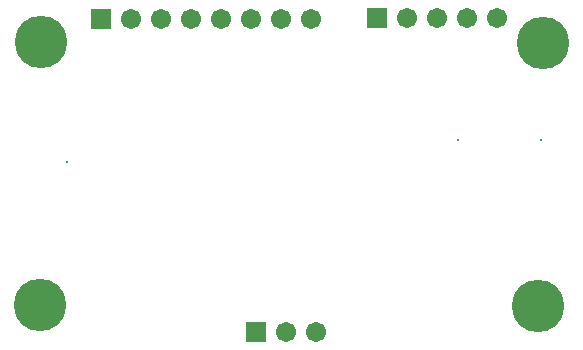
<source format=gbs>
%FSDAX24Y24*%
%MOIN*%
%SFA1B1*%

%IPPOS*%
%ADD48C,0.174900*%
%ADD49R,0.008000X0.008000*%
%ADD50C,0.067100*%
%ADD51R,0.067100X0.067100*%
%ADD52C,0.010000*%
%LNuda-1*%
%LPD*%
G54D48*
X001540Y010360D03*
X018110Y001575D03*
X018260Y010320D03*
X001510Y001600D03*
G54D49*
X018190Y007110D03*
X015430D03*
G54D50*
X016730Y011170D03*
X015730D03*
X014730D03*
X013730D03*
X010690Y000710D03*
X009690D03*
X010550Y011130D03*
X009550D03*
X008550D03*
X007550D03*
X006550D03*
X005550D03*
X004550D03*
G54D51*
X012730Y011170D03*
X008690Y000710D03*
X003550Y011130D03*
G54D52*
X002420Y006370D03*
M02*
</source>
